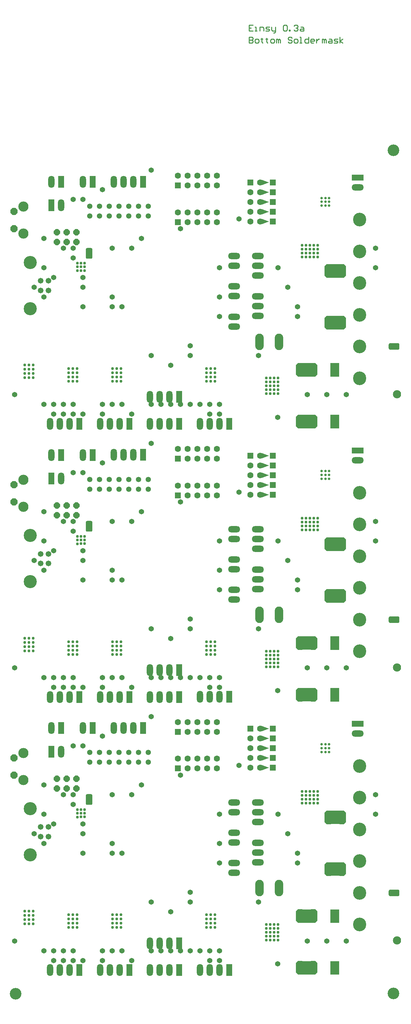
<source format=gbs>
G04 Layer_Color=16711935*
%FSLAX24Y24*%
%MOIN*%
G70*
G01*
G75*
%ADD12C,0.0100*%
%ADD115C,0.0300*%
%ADD129C,0.0840*%
%ADD205C,0.0631*%
G04:AMPARAMS|DCode=208|XSize=118.7mil|YSize=118.7mil|CornerRadius=59.4mil|HoleSize=0mil|Usage=FLASHONLY|Rotation=90.000|XOffset=0mil|YOffset=0mil|HoleType=Round|Shape=RoundedRectangle|*
%AMROUNDEDRECTD208*
21,1,0.1187,0.0000,0,0,90.0*
21,1,0.0000,0.1187,0,0,90.0*
1,1,0.1187,0.0000,0.0000*
1,1,0.1187,0.0000,0.0000*
1,1,0.1187,0.0000,0.0000*
1,1,0.1187,0.0000,0.0000*
%
%ADD208ROUNDEDRECTD208*%
G04:AMPARAMS|DCode=217|XSize=54mil|YSize=54mil|CornerRadius=27mil|HoleSize=0mil|Usage=FLASHONLY|Rotation=270.000|XOffset=0mil|YOffset=0mil|HoleType=Round|Shape=RoundedRectangle|*
%AMROUNDEDRECTD217*
21,1,0.0540,0.0000,0,0,270.0*
21,1,0.0000,0.0540,0,0,270.0*
1,1,0.0540,0.0000,0.0000*
1,1,0.0540,0.0000,0.0000*
1,1,0.0540,0.0000,0.0000*
1,1,0.0540,0.0000,0.0000*
%
%ADD217ROUNDEDRECTD217*%
%ADD257C,0.0544*%
%ADD258R,0.0640X0.1240*%
%ADD259O,0.0640X0.1240*%
%ADD260O,0.1240X0.0640*%
%ADD261R,0.1240X0.0640*%
G04:AMPARAMS|DCode=262|XSize=137mil|YSize=87mil|CornerRadius=0mil|HoleSize=0mil|Usage=FLASHONLY|Rotation=90.000|XOffset=0mil|YOffset=0mil|HoleType=Round|Shape=Octagon|*
%AMOCTAGOND262*
4,1,8,0.0217,0.0685,-0.0217,0.0685,-0.0435,0.0467,-0.0435,-0.0467,-0.0217,-0.0685,0.0217,-0.0685,0.0435,-0.0467,0.0435,0.0467,0.0217,0.0685,0.0*
%
%ADD262OCTAGOND262*%

%ADD263P,0.0801X8X292.5*%
%ADD264C,0.1040*%
%ADD265C,0.0580*%
%ADD266C,0.1345*%
%ADD267P,0.0714X8X22.5*%
%ADD268O,0.0865X0.1690*%
%ADD269O,0.1340X0.1400*%
%ADD270R,0.0631X0.0631*%
%ADD271C,0.0631*%
%ADD272R,0.0631X0.0631*%
%ADD273C,0.0260*%
%ADD274R,0.0354X0.0704*%
%ADD275R,0.0704X0.0354*%
G04:AMPARAMS|DCode=276|XSize=50mil|YSize=67mil|CornerRadius=13.5mil|HoleSize=0mil|Usage=FLASHONLY|Rotation=180.000|XOffset=0mil|YOffset=0mil|HoleType=Round|Shape=RoundedRectangle|*
%AMROUNDEDRECTD276*
21,1,0.0500,0.0400,0,0,180.0*
21,1,0.0230,0.0670,0,0,180.0*
1,1,0.0270,-0.0115,0.0200*
1,1,0.0270,0.0115,0.0200*
1,1,0.0270,0.0115,-0.0200*
1,1,0.0270,-0.0115,-0.0200*
%
%ADD276ROUNDEDRECTD276*%
G04:AMPARAMS|DCode=277|XSize=50mil|YSize=67mil|CornerRadius=13.5mil|HoleSize=0mil|Usage=FLASHONLY|Rotation=270.000|XOffset=0mil|YOffset=0mil|HoleType=Round|Shape=RoundedRectangle|*
%AMROUNDEDRECTD277*
21,1,0.0500,0.0400,0,0,270.0*
21,1,0.0230,0.0670,0,0,270.0*
1,1,0.0270,-0.0200,-0.0115*
1,1,0.0270,-0.0200,0.0115*
1,1,0.0270,0.0200,0.0115*
1,1,0.0270,0.0200,-0.0115*
%
%ADD277ROUNDEDRECTD277*%
G04:AMPARAMS|DCode=278|XSize=54mil|YSize=54mil|CornerRadius=27mil|HoleSize=0mil|Usage=FLASHONLY|Rotation=0.000|XOffset=0mil|YOffset=0mil|HoleType=Round|Shape=RoundedRectangle|*
%AMROUNDEDRECTD278*
21,1,0.0540,0.0000,0,0,0.0*
21,1,0.0000,0.0540,0,0,0.0*
1,1,0.0540,0.0000,0.0000*
1,1,0.0540,0.0000,0.0000*
1,1,0.0540,0.0000,0.0000*
1,1,0.0540,0.0000,0.0000*
%
%ADD278ROUNDEDRECTD278*%
%ADD279R,0.0631X0.0631*%
G36*
X39025Y93710D02*
X38235Y93410D01*
X38355Y93530D01*
Y93890D01*
X38235Y94010D01*
X39025Y93710D01*
D02*
G37*
G36*
Y92710D02*
X38235Y92410D01*
X38355Y92530D01*
Y92890D01*
X38235Y93010D01*
X39025Y92710D01*
D02*
G37*
G36*
Y91710D02*
X38235Y91410D01*
X38355Y91530D01*
Y91890D01*
X38235Y92010D01*
X39025Y91710D01*
D02*
G37*
G36*
Y90710D02*
X38235Y90410D01*
X38355Y90530D01*
Y90890D01*
X38235Y91010D01*
X39025Y90710D01*
D02*
G37*
G36*
Y89710D02*
X38235Y89410D01*
X38355Y89530D01*
Y89890D01*
X38235Y90010D01*
X39025Y89710D01*
D02*
G37*
G36*
X46289Y83939D02*
X45379D01*
Y85329D01*
X46289D01*
Y83939D01*
D02*
G37*
G36*
Y78639D02*
X45379D01*
Y80029D01*
X46289D01*
Y78639D01*
D02*
G37*
G36*
X43338Y73813D02*
X42428D01*
Y75203D01*
X43338D01*
Y73813D01*
D02*
G37*
G36*
X46239Y73809D02*
X45329D01*
Y75199D01*
X46239D01*
Y73809D01*
D02*
G37*
G36*
X43338Y68513D02*
X42428D01*
Y69903D01*
X43338D01*
Y68513D01*
D02*
G37*
G36*
X46239Y68509D02*
X45329D01*
Y69899D01*
X46239D01*
Y68509D01*
D02*
G37*
G36*
X39025Y65718D02*
X38235Y65418D01*
X38355Y65538D01*
Y65898D01*
X38235Y66018D01*
X39025Y65718D01*
D02*
G37*
G36*
Y64718D02*
X38235Y64418D01*
X38355Y64538D01*
Y64898D01*
X38235Y65018D01*
X39025Y64718D01*
D02*
G37*
G36*
Y63718D02*
X38235Y63418D01*
X38355Y63538D01*
Y63898D01*
X38235Y64018D01*
X39025Y63718D01*
D02*
G37*
G36*
Y62718D02*
X38235Y62418D01*
X38355Y62538D01*
Y62898D01*
X38235Y63018D01*
X39025Y62718D01*
D02*
G37*
G36*
Y61718D02*
X38235Y61418D01*
X38355Y61538D01*
Y61898D01*
X38235Y62018D01*
X39025Y61718D01*
D02*
G37*
G36*
X46289Y55947D02*
X45379D01*
Y57337D01*
X46289D01*
Y55947D01*
D02*
G37*
G36*
Y50647D02*
X45379D01*
Y52037D01*
X46289D01*
Y50647D01*
D02*
G37*
G36*
X43338Y45821D02*
X42428D01*
Y47211D01*
X43338D01*
Y45821D01*
D02*
G37*
G36*
X46239Y45817D02*
X45329D01*
Y47207D01*
X46239D01*
Y45817D01*
D02*
G37*
G36*
X43338Y40521D02*
X42428D01*
Y41911D01*
X43338D01*
Y40521D01*
D02*
G37*
G36*
X46239Y40517D02*
X45329D01*
Y41907D01*
X46239D01*
Y40517D01*
D02*
G37*
G36*
X39025Y37726D02*
X38235Y37426D01*
X38355Y37546D01*
Y37906D01*
X38235Y38026D01*
X39025Y37726D01*
D02*
G37*
G36*
Y36726D02*
X38235Y36426D01*
X38355Y36546D01*
Y36906D01*
X38235Y37026D01*
X39025Y36726D01*
D02*
G37*
G36*
Y35726D02*
X38235Y35426D01*
X38355Y35546D01*
Y35906D01*
X38235Y36026D01*
X39025Y35726D01*
D02*
G37*
G36*
Y34726D02*
X38235Y34426D01*
X38355Y34546D01*
Y34906D01*
X38235Y35026D01*
X39025Y34726D01*
D02*
G37*
G36*
Y33726D02*
X38235Y33426D01*
X38355Y33546D01*
Y33906D01*
X38235Y34026D01*
X39025Y33726D01*
D02*
G37*
G36*
X46289Y27955D02*
X45379D01*
Y29345D01*
X46289D01*
Y27955D01*
D02*
G37*
G36*
Y22655D02*
X45379D01*
Y24045D01*
X46289D01*
Y22655D01*
D02*
G37*
G36*
X43338Y17829D02*
X42428D01*
Y19218D01*
X43338D01*
Y17829D01*
D02*
G37*
G36*
X46239Y17825D02*
X45329D01*
Y19215D01*
X46239D01*
Y17825D01*
D02*
G37*
G36*
X43338Y12529D02*
X42428D01*
Y13918D01*
X43338D01*
Y12529D01*
D02*
G37*
G36*
X46239Y12525D02*
X45329D01*
Y13915D01*
X46239D01*
Y12525D01*
D02*
G37*
G54D12*
X37000Y108600D02*
Y108000D01*
X37300D01*
X37400Y108100D01*
Y108200D01*
X37300Y108300D01*
X37000D01*
X37300D01*
X37400Y108400D01*
Y108500D01*
X37300Y108600D01*
X37000D01*
X37700Y108000D02*
X37900D01*
X38000Y108100D01*
Y108300D01*
X37900Y108400D01*
X37700D01*
X37600Y108300D01*
Y108100D01*
X37700Y108000D01*
X38300Y108500D02*
Y108400D01*
X38200D01*
X38400D01*
X38300D01*
Y108100D01*
X38400Y108000D01*
X38799Y108500D02*
Y108400D01*
X38699D01*
X38899D01*
X38799D01*
Y108100D01*
X38899Y108000D01*
X39299D02*
X39499D01*
X39599Y108100D01*
Y108300D01*
X39499Y108400D01*
X39299D01*
X39199Y108300D01*
Y108100D01*
X39299Y108000D01*
X39799D02*
Y108400D01*
X39899D01*
X39999Y108300D01*
Y108000D01*
Y108300D01*
X40099Y108400D01*
X40199Y108300D01*
Y108000D01*
X41399Y108500D02*
X41299Y108600D01*
X41099D01*
X40999Y108500D01*
Y108400D01*
X41099Y108300D01*
X41299D01*
X41399Y108200D01*
Y108100D01*
X41299Y108000D01*
X41099D01*
X40999Y108100D01*
X41698Y108000D02*
X41898D01*
X41998Y108100D01*
Y108300D01*
X41898Y108400D01*
X41698D01*
X41599Y108300D01*
Y108100D01*
X41698Y108000D01*
X42198D02*
X42398D01*
X42298D01*
Y108600D01*
X42198D01*
X43098D02*
Y108000D01*
X42798D01*
X42698Y108100D01*
Y108300D01*
X42798Y108400D01*
X43098D01*
X43598Y108000D02*
X43398D01*
X43298Y108100D01*
Y108300D01*
X43398Y108400D01*
X43598D01*
X43698Y108300D01*
Y108200D01*
X43298D01*
X43898Y108400D02*
Y108000D01*
Y108200D01*
X43998Y108300D01*
X44098Y108400D01*
X44198D01*
X44498Y108000D02*
Y108400D01*
X44598D01*
X44698Y108300D01*
Y108000D01*
Y108300D01*
X44797Y108400D01*
X44897Y108300D01*
Y108000D01*
X45197Y108400D02*
X45397D01*
X45497Y108300D01*
Y108000D01*
X45197D01*
X45097Y108100D01*
X45197Y108200D01*
X45497D01*
X45697Y108000D02*
X45997D01*
X46097Y108100D01*
X45997Y108200D01*
X45797D01*
X45697Y108300D01*
X45797Y108400D01*
X46097D01*
X46297Y108000D02*
Y108600D01*
Y108200D02*
X46597Y108400D01*
X46297Y108200D02*
X46597Y108000D01*
X37400Y109850D02*
X37000D01*
Y109250D01*
X37400D01*
X37000Y109550D02*
X37200D01*
X37600Y109250D02*
X37800D01*
X37700D01*
Y109650D01*
X37600D01*
X38100Y109250D02*
Y109650D01*
X38400D01*
X38500Y109550D01*
Y109250D01*
X38699D02*
X38999D01*
X39099Y109350D01*
X38999Y109450D01*
X38799D01*
X38699Y109550D01*
X38799Y109650D01*
X39099D01*
X39299D02*
Y109350D01*
X39399Y109250D01*
X39699D01*
Y109150D01*
X39599Y109050D01*
X39499D01*
X39699Y109250D02*
Y109650D01*
X40499Y109750D02*
X40599Y109850D01*
X40799D01*
X40899Y109750D01*
Y109350D01*
X40799Y109250D01*
X40599D01*
X40499Y109350D01*
Y109750D01*
X41099Y109250D02*
Y109350D01*
X41199D01*
Y109250D01*
X41099D01*
X41599Y109750D02*
X41698Y109850D01*
X41898D01*
X41998Y109750D01*
Y109650D01*
X41898Y109550D01*
X41798D01*
X41898D01*
X41998Y109450D01*
Y109350D01*
X41898Y109250D01*
X41698D01*
X41599Y109350D01*
X42298Y109650D02*
X42498D01*
X42598Y109550D01*
Y109250D01*
X42298D01*
X42198Y109350D01*
X42298Y109450D01*
X42598D01*
G54D115*
X32625Y18659D02*
D03*
X33492Y17359D02*
D03*
X33059D02*
D03*
X32625D02*
D03*
X33492Y17793D02*
D03*
X33059D02*
D03*
X32625D02*
D03*
X33492Y18226D02*
D03*
X33059D02*
D03*
X32625D02*
D03*
X33492Y18659D02*
D03*
X33059D02*
D03*
X23419D02*
D03*
X23852D02*
D03*
X22985Y18226D02*
D03*
X23419D02*
D03*
X23852D02*
D03*
X22985Y17793D02*
D03*
X23419D02*
D03*
X23852D02*
D03*
X22985Y17359D02*
D03*
X23419D02*
D03*
X23852D02*
D03*
X22985Y18659D02*
D03*
X18485D02*
D03*
X19352Y17359D02*
D03*
X18918D02*
D03*
X18485D02*
D03*
X19352Y17793D02*
D03*
X18918D02*
D03*
X18485D02*
D03*
X19352Y18226D02*
D03*
X18918D02*
D03*
X18485D02*
D03*
X19352Y18659D02*
D03*
X18918D02*
D03*
X14445Y19019D02*
D03*
X14878D02*
D03*
X14012Y18586D02*
D03*
X14445D02*
D03*
X14878D02*
D03*
X14012Y18153D02*
D03*
X14445D02*
D03*
X14878D02*
D03*
X14012Y17719D02*
D03*
X14445D02*
D03*
X14878D02*
D03*
X14012Y19019D02*
D03*
X20143Y29443D02*
D03*
Y29069D02*
D03*
Y28694D02*
D03*
X19769D02*
D03*
X19394Y28685D02*
D03*
X19396Y29069D02*
D03*
X19392Y29446D02*
D03*
X19769Y29443D02*
D03*
Y29069D02*
D03*
X39977Y17285D02*
D03*
Y17685D02*
D03*
X39577D02*
D03*
Y17285D02*
D03*
X39177D02*
D03*
Y17685D02*
D03*
X38777D02*
D03*
Y17285D02*
D03*
Y16485D02*
D03*
Y16085D02*
D03*
X39177D02*
D03*
Y16485D02*
D03*
X39577D02*
D03*
Y16085D02*
D03*
X39977D02*
D03*
Y16485D02*
D03*
Y16885D02*
D03*
X39577D02*
D03*
X38777D02*
D03*
X39177D02*
D03*
X43230Y30896D02*
D03*
Y31296D02*
D03*
Y30496D02*
D03*
Y30096D02*
D03*
X42830D02*
D03*
X42430D02*
D03*
Y30496D02*
D03*
X42830D02*
D03*
Y30896D02*
D03*
X42430D02*
D03*
Y31296D02*
D03*
X42830D02*
D03*
X43630D02*
D03*
X44030D02*
D03*
Y30896D02*
D03*
X43630D02*
D03*
Y30496D02*
D03*
X44030D02*
D03*
Y30096D02*
D03*
X43630D02*
D03*
X32625Y46651D02*
D03*
X33492Y45352D02*
D03*
X33059D02*
D03*
X32625D02*
D03*
X33492Y45785D02*
D03*
X33059D02*
D03*
X32625D02*
D03*
X33492Y46218D02*
D03*
X33059D02*
D03*
X32625D02*
D03*
X33492Y46651D02*
D03*
X33059D02*
D03*
X23419D02*
D03*
X23852D02*
D03*
X22985Y46218D02*
D03*
X23419D02*
D03*
X23852D02*
D03*
X22985Y45785D02*
D03*
X23419D02*
D03*
X23852D02*
D03*
X22985Y45352D02*
D03*
X23419D02*
D03*
X23852D02*
D03*
X22985Y46651D02*
D03*
X18485D02*
D03*
X19352Y45352D02*
D03*
X18918D02*
D03*
X18485D02*
D03*
X19352Y45785D02*
D03*
X18918D02*
D03*
X18485D02*
D03*
X19352Y46218D02*
D03*
X18918D02*
D03*
X18485D02*
D03*
X19352Y46651D02*
D03*
X18918D02*
D03*
X14445Y47011D02*
D03*
X14878D02*
D03*
X14012Y46578D02*
D03*
X14445D02*
D03*
X14878D02*
D03*
X14012Y46145D02*
D03*
X14445D02*
D03*
X14878D02*
D03*
X14012Y45712D02*
D03*
X14445D02*
D03*
X14878D02*
D03*
X14012Y47011D02*
D03*
X20143Y57435D02*
D03*
Y57061D02*
D03*
Y56687D02*
D03*
X19769D02*
D03*
X19394Y56677D02*
D03*
X19396Y57061D02*
D03*
X19392Y57438D02*
D03*
X19769Y57435D02*
D03*
Y57061D02*
D03*
X39977Y45277D02*
D03*
Y45677D02*
D03*
X39577D02*
D03*
Y45277D02*
D03*
X39177D02*
D03*
Y45677D02*
D03*
X38777D02*
D03*
Y45277D02*
D03*
Y44477D02*
D03*
Y44077D02*
D03*
X39177D02*
D03*
Y44477D02*
D03*
X39577D02*
D03*
Y44077D02*
D03*
X39977D02*
D03*
Y44477D02*
D03*
Y44877D02*
D03*
X39577D02*
D03*
X38777D02*
D03*
X39177D02*
D03*
X43230Y58888D02*
D03*
Y59288D02*
D03*
Y58488D02*
D03*
Y58088D02*
D03*
X42830D02*
D03*
X42430D02*
D03*
Y58488D02*
D03*
X42830D02*
D03*
Y58888D02*
D03*
X42430D02*
D03*
Y59288D02*
D03*
X42830D02*
D03*
X43630D02*
D03*
X44030D02*
D03*
Y58888D02*
D03*
X43630D02*
D03*
Y58488D02*
D03*
X44030D02*
D03*
Y58088D02*
D03*
X43630D02*
D03*
X32625Y74643D02*
D03*
X33492Y73344D02*
D03*
X33059D02*
D03*
X32625D02*
D03*
X33492Y73777D02*
D03*
X33059D02*
D03*
X32625D02*
D03*
X33492Y74210D02*
D03*
X33059D02*
D03*
X32625D02*
D03*
X33492Y74643D02*
D03*
X33059D02*
D03*
X23419D02*
D03*
X23852D02*
D03*
X22985Y74210D02*
D03*
X23419D02*
D03*
X23852D02*
D03*
X22985Y73777D02*
D03*
X23419D02*
D03*
X23852D02*
D03*
X22985Y73344D02*
D03*
X23419D02*
D03*
X23852D02*
D03*
X22985Y74643D02*
D03*
X18485D02*
D03*
X19352Y73344D02*
D03*
X18918D02*
D03*
X18485D02*
D03*
X19352Y73777D02*
D03*
X18918D02*
D03*
X18485D02*
D03*
X19352Y74210D02*
D03*
X18918D02*
D03*
X18485D02*
D03*
X19352Y74643D02*
D03*
X18918D02*
D03*
X14445Y75003D02*
D03*
X14878D02*
D03*
X14012Y74570D02*
D03*
X14445D02*
D03*
X14878D02*
D03*
X14012Y74137D02*
D03*
X14445D02*
D03*
X14878D02*
D03*
X14012Y73704D02*
D03*
X14445D02*
D03*
X14878D02*
D03*
X14012Y75003D02*
D03*
X20143Y85427D02*
D03*
Y85053D02*
D03*
Y84679D02*
D03*
X19769D02*
D03*
X19394Y84669D02*
D03*
X19396Y85053D02*
D03*
X19392Y85430D02*
D03*
X19769Y85427D02*
D03*
Y85053D02*
D03*
X39977Y73270D02*
D03*
Y73670D02*
D03*
X39577D02*
D03*
Y73270D02*
D03*
X39177D02*
D03*
Y73670D02*
D03*
X38777D02*
D03*
Y73270D02*
D03*
Y72470D02*
D03*
Y72070D02*
D03*
X39177D02*
D03*
Y72470D02*
D03*
X39577D02*
D03*
Y72070D02*
D03*
X39977D02*
D03*
Y72470D02*
D03*
Y72870D02*
D03*
X39577D02*
D03*
X38777D02*
D03*
X39177D02*
D03*
X43230Y86880D02*
D03*
Y87280D02*
D03*
Y86480D02*
D03*
Y86080D02*
D03*
X42830D02*
D03*
X42430D02*
D03*
Y86480D02*
D03*
X42830D02*
D03*
Y86880D02*
D03*
X42430D02*
D03*
Y87280D02*
D03*
X42830D02*
D03*
X43630D02*
D03*
X44030D02*
D03*
Y86880D02*
D03*
X43630D02*
D03*
Y86480D02*
D03*
X44030D02*
D03*
Y86080D02*
D03*
X43630D02*
D03*
G54D129*
X52175Y16024D02*
D03*
Y44016D02*
D03*
Y72008D02*
D03*
G54D205*
X38135Y37726D02*
D03*
Y36726D02*
D03*
Y35726D02*
D03*
Y34726D02*
D03*
Y33726D02*
D03*
Y65718D02*
D03*
Y64718D02*
D03*
Y63718D02*
D03*
Y62718D02*
D03*
Y61718D02*
D03*
Y93710D02*
D03*
Y92710D02*
D03*
Y91710D02*
D03*
Y90710D02*
D03*
Y89710D02*
D03*
G54D208*
X51800Y96998D02*
D03*
Y10600D02*
D03*
X13061Y10561D02*
D03*
G54D217*
X30968Y20968D02*
D03*
X19969Y35968D02*
D03*
X25968Y31969D02*
D03*
X15969Y28969D02*
D03*
X16968Y27968D02*
D03*
X30968Y19969D02*
D03*
X28969Y18968D02*
D03*
X26969Y19969D02*
D03*
X17968Y14969D02*
D03*
X15969D02*
D03*
X16968D02*
D03*
X35968Y33969D02*
D03*
X33969Y23969D02*
D03*
X39938Y13649D02*
D03*
X12968Y15969D02*
D03*
X23969Y14969D02*
D03*
X21969D02*
D03*
X22968D02*
D03*
X18968D02*
D03*
X29969D02*
D03*
X27968D02*
D03*
X28969D02*
D03*
X26969D02*
D03*
X33969D02*
D03*
X31969D02*
D03*
X32968D02*
D03*
X30968D02*
D03*
X39969Y28969D02*
D03*
X40968Y26969D02*
D03*
X41968Y23969D02*
D03*
X33969Y13968D02*
D03*
X32968D02*
D03*
X24969D02*
D03*
X21969D02*
D03*
X19969D02*
D03*
X18968D02*
D03*
X17968D02*
D03*
X16968D02*
D03*
X30968Y48961D02*
D03*
X19969Y63961D02*
D03*
X25968Y59961D02*
D03*
X15969Y56961D02*
D03*
X16968Y55961D02*
D03*
X30968Y47961D02*
D03*
X28969Y46961D02*
D03*
X26969Y47961D02*
D03*
X17968Y42961D02*
D03*
X15969D02*
D03*
X16968D02*
D03*
X35968Y61961D02*
D03*
X33969Y51961D02*
D03*
X39938Y41641D02*
D03*
X12968Y43961D02*
D03*
X23969Y42961D02*
D03*
X21969D02*
D03*
X22968D02*
D03*
X18968D02*
D03*
X29969D02*
D03*
X27968D02*
D03*
X28969D02*
D03*
X26969D02*
D03*
X33969D02*
D03*
X31969D02*
D03*
X32968D02*
D03*
X30968D02*
D03*
X39969Y56961D02*
D03*
X40968Y54961D02*
D03*
X41968Y51961D02*
D03*
X33969Y41961D02*
D03*
X32968D02*
D03*
X24969D02*
D03*
X21969D02*
D03*
X19969D02*
D03*
X18968D02*
D03*
X17968D02*
D03*
X16968D02*
D03*
X30968Y76953D02*
D03*
X19969Y91953D02*
D03*
X25968Y87953D02*
D03*
X15969Y84953D02*
D03*
X16968Y83953D02*
D03*
X30968Y75953D02*
D03*
X28969Y74953D02*
D03*
X26969Y75953D02*
D03*
X17968Y70953D02*
D03*
X15969D02*
D03*
X16968D02*
D03*
X35968Y89953D02*
D03*
X33969Y79953D02*
D03*
X39938Y69633D02*
D03*
X12968Y71953D02*
D03*
X23969Y70953D02*
D03*
X21969D02*
D03*
X22968D02*
D03*
X18968D02*
D03*
X29969D02*
D03*
X27968D02*
D03*
X28969D02*
D03*
X26969D02*
D03*
X33969D02*
D03*
X31969D02*
D03*
X32968D02*
D03*
X30968D02*
D03*
X39969Y84953D02*
D03*
X40968Y82953D02*
D03*
X41968Y79953D02*
D03*
X33969Y69953D02*
D03*
X32968D02*
D03*
X24969D02*
D03*
X21969D02*
D03*
X19969D02*
D03*
X18968D02*
D03*
X17968D02*
D03*
X16968D02*
D03*
G54D257*
X26661Y35291D02*
D03*
Y34291D02*
D03*
X25661Y35291D02*
D03*
Y34291D02*
D03*
X24661Y35291D02*
D03*
Y34291D02*
D03*
X23661Y35291D02*
D03*
Y34291D02*
D03*
X22661Y35291D02*
D03*
Y34291D02*
D03*
X21661Y35291D02*
D03*
Y34291D02*
D03*
X20661Y35291D02*
D03*
Y34291D02*
D03*
X26661Y63283D02*
D03*
Y62283D02*
D03*
X25661Y63283D02*
D03*
Y62283D02*
D03*
X24661Y63283D02*
D03*
Y62283D02*
D03*
X23661Y63283D02*
D03*
Y62283D02*
D03*
X22661Y63283D02*
D03*
Y62283D02*
D03*
X21661Y63283D02*
D03*
Y62283D02*
D03*
X20661Y63283D02*
D03*
Y62283D02*
D03*
X26661Y91275D02*
D03*
Y90275D02*
D03*
X25661Y91275D02*
D03*
Y90275D02*
D03*
X24661Y91275D02*
D03*
Y90275D02*
D03*
X23661Y91275D02*
D03*
Y90275D02*
D03*
X22661Y91275D02*
D03*
Y90275D02*
D03*
X21661Y91275D02*
D03*
Y90275D02*
D03*
X20661Y91275D02*
D03*
Y90275D02*
D03*
G54D258*
X16741Y35381D02*
D03*
X17741Y37791D02*
D03*
X20951D02*
D03*
X26131Y37795D02*
D03*
X34969Y12995D02*
D03*
X29847Y12991D02*
D03*
Y15747D02*
D03*
X24729Y12991D02*
D03*
X19611D02*
D03*
X16741Y63373D02*
D03*
X17741Y65783D02*
D03*
X20951D02*
D03*
X26131Y65787D02*
D03*
X34969Y40987D02*
D03*
X29847Y40983D02*
D03*
Y43739D02*
D03*
X24729Y40983D02*
D03*
X19611D02*
D03*
X16741Y91365D02*
D03*
X17741Y93775D02*
D03*
X20951D02*
D03*
X26131Y93780D02*
D03*
X34969Y68979D02*
D03*
X29847Y68975D02*
D03*
Y71731D02*
D03*
X24729Y68975D02*
D03*
X19611D02*
D03*
G54D259*
X17741Y35381D02*
D03*
X16741Y37791D02*
D03*
X19951D02*
D03*
X23131Y37795D02*
D03*
X24131D02*
D03*
X25131D02*
D03*
X33969Y12995D02*
D03*
X32969D02*
D03*
X31969D02*
D03*
X26847Y12991D02*
D03*
X27847D02*
D03*
X28847D02*
D03*
Y15747D02*
D03*
X27847D02*
D03*
X26847D02*
D03*
X21729Y12991D02*
D03*
X22729D02*
D03*
X23729D02*
D03*
X18611D02*
D03*
X17611D02*
D03*
X16611D02*
D03*
X17741Y63373D02*
D03*
X16741Y65783D02*
D03*
X19951D02*
D03*
X23131Y65787D02*
D03*
X24131D02*
D03*
X25131D02*
D03*
X33969Y40987D02*
D03*
X32969D02*
D03*
X31969D02*
D03*
X26847Y40983D02*
D03*
X27847D02*
D03*
X28847D02*
D03*
Y43739D02*
D03*
X27847D02*
D03*
X26847D02*
D03*
X21729Y40983D02*
D03*
X22729D02*
D03*
X23729D02*
D03*
X18611D02*
D03*
X17611D02*
D03*
X16611D02*
D03*
X17741Y91365D02*
D03*
X16741Y93775D02*
D03*
X19951D02*
D03*
X23131Y93780D02*
D03*
X24131D02*
D03*
X25131D02*
D03*
X33969Y68979D02*
D03*
X32969D02*
D03*
X31969D02*
D03*
X26847Y68975D02*
D03*
X27847D02*
D03*
X28847D02*
D03*
Y71731D02*
D03*
X27847D02*
D03*
X26847D02*
D03*
X21729Y68975D02*
D03*
X22729D02*
D03*
X23729D02*
D03*
X18611D02*
D03*
X17611D02*
D03*
X16611D02*
D03*
G54D260*
X35472Y27075D02*
D03*
Y26075D02*
D03*
X48119Y37229D02*
D03*
X35472Y23965D02*
D03*
Y22965D02*
D03*
Y30185D02*
D03*
Y29185D02*
D03*
X37908Y28179D02*
D03*
Y29179D02*
D03*
Y30178D02*
D03*
X37898Y24039D02*
D03*
Y25038D02*
D03*
Y26038D02*
D03*
X35472Y55067D02*
D03*
Y54067D02*
D03*
X48119Y65221D02*
D03*
X35472Y51957D02*
D03*
Y50957D02*
D03*
Y58177D02*
D03*
Y57177D02*
D03*
X37908Y56171D02*
D03*
Y57171D02*
D03*
Y58171D02*
D03*
X37898Y52031D02*
D03*
Y53031D02*
D03*
Y54031D02*
D03*
X35472Y83059D02*
D03*
Y82059D02*
D03*
X48119Y93213D02*
D03*
X35472Y79949D02*
D03*
Y78949D02*
D03*
Y86169D02*
D03*
Y85169D02*
D03*
X37908Y84163D02*
D03*
Y85163D02*
D03*
Y86163D02*
D03*
X37898Y80023D02*
D03*
Y81023D02*
D03*
Y82023D02*
D03*
G54D261*
X48119Y38228D02*
D03*
Y66221D02*
D03*
Y94213D02*
D03*
G54D262*
X45168Y23349D02*
D03*
X46508D02*
D03*
Y28649D02*
D03*
X45168D02*
D03*
X43558Y13222D02*
D03*
X42218D02*
D03*
Y18522D02*
D03*
X43558D02*
D03*
X45168Y51341D02*
D03*
X46508D02*
D03*
Y56641D02*
D03*
X45168D02*
D03*
X43558Y41215D02*
D03*
X42218D02*
D03*
Y46515D02*
D03*
X43558D02*
D03*
X45168Y79333D02*
D03*
X46508D02*
D03*
Y84633D02*
D03*
X45168D02*
D03*
X43558Y69207D02*
D03*
X42218D02*
D03*
Y74507D02*
D03*
X43558D02*
D03*
G54D263*
X12896Y34748D02*
D03*
Y32968D02*
D03*
Y62740D02*
D03*
Y60960D02*
D03*
Y90733D02*
D03*
Y88953D02*
D03*
G54D264*
X13876Y35238D02*
D03*
Y32478D02*
D03*
Y63230D02*
D03*
Y60470D02*
D03*
Y91223D02*
D03*
Y88463D02*
D03*
G54D265*
X16427Y26665D02*
D03*
Y27657D02*
D03*
X15637D02*
D03*
Y26665D02*
D03*
X16427Y54657D02*
D03*
Y55650D02*
D03*
X15637D02*
D03*
Y54657D02*
D03*
X16427Y82650D02*
D03*
Y83642D02*
D03*
X15637D02*
D03*
Y82650D02*
D03*
G54D266*
X14567Y29528D02*
D03*
Y24795D02*
D03*
Y57520D02*
D03*
Y52787D02*
D03*
Y85512D02*
D03*
Y80780D02*
D03*
G54D267*
X17294Y31614D02*
D03*
Y32614D02*
D03*
X18294Y31614D02*
D03*
Y32614D02*
D03*
X19294Y31614D02*
D03*
Y32614D02*
D03*
X17294Y59606D02*
D03*
Y60606D02*
D03*
X18294Y59606D02*
D03*
Y60606D02*
D03*
X19294Y59606D02*
D03*
Y60606D02*
D03*
X17294Y87598D02*
D03*
Y88598D02*
D03*
X18294Y87598D02*
D03*
Y88598D02*
D03*
X19294Y87598D02*
D03*
Y88598D02*
D03*
G54D268*
X38078Y21398D02*
D03*
X40079D02*
D03*
X38078Y49391D02*
D03*
X40079D02*
D03*
X38078Y77383D02*
D03*
X40079D02*
D03*
G54D269*
X48338Y17664D02*
D03*
Y20914D02*
D03*
Y24163D02*
D03*
Y27413D02*
D03*
Y30663D02*
D03*
Y33914D02*
D03*
Y45656D02*
D03*
Y48906D02*
D03*
Y52156D02*
D03*
Y55406D02*
D03*
Y58656D02*
D03*
Y61906D02*
D03*
Y73648D02*
D03*
Y76898D02*
D03*
Y80148D02*
D03*
Y83398D02*
D03*
Y86648D02*
D03*
Y89898D02*
D03*
G54D270*
X29708Y37408D02*
D03*
Y33658D02*
D03*
Y65401D02*
D03*
Y61651D02*
D03*
Y93393D02*
D03*
Y89643D02*
D03*
G54D271*
Y38409D02*
D03*
X30708Y37408D02*
D03*
Y38409D02*
D03*
X31709Y37408D02*
D03*
Y38409D02*
D03*
X32708Y37408D02*
D03*
Y38409D02*
D03*
X33709Y37408D02*
D03*
Y38409D02*
D03*
X29708Y34659D02*
D03*
X30708Y33658D02*
D03*
Y34659D02*
D03*
X31709Y33658D02*
D03*
Y34659D02*
D03*
X32708Y33658D02*
D03*
Y34659D02*
D03*
X33709Y33658D02*
D03*
Y34659D02*
D03*
X37135Y33726D02*
D03*
Y34726D02*
D03*
Y35726D02*
D03*
Y36726D02*
D03*
X29708Y66401D02*
D03*
X30708Y65401D02*
D03*
Y66401D02*
D03*
X31709Y65401D02*
D03*
Y66401D02*
D03*
X32708Y65401D02*
D03*
Y66401D02*
D03*
X33709Y65401D02*
D03*
Y66401D02*
D03*
X29708Y62651D02*
D03*
X30708Y61651D02*
D03*
Y62651D02*
D03*
X31709Y61651D02*
D03*
Y62651D02*
D03*
X32708Y61651D02*
D03*
Y62651D02*
D03*
X33709Y61651D02*
D03*
Y62651D02*
D03*
X37135Y61718D02*
D03*
Y62718D02*
D03*
Y63718D02*
D03*
Y64718D02*
D03*
X29708Y94393D02*
D03*
X30708Y93393D02*
D03*
Y94393D02*
D03*
X31709Y93393D02*
D03*
Y94393D02*
D03*
X32708Y93393D02*
D03*
Y94393D02*
D03*
X33709Y93393D02*
D03*
Y94393D02*
D03*
X29708Y90643D02*
D03*
X30708Y89643D02*
D03*
Y90643D02*
D03*
X31709Y89643D02*
D03*
Y90643D02*
D03*
X32708Y89643D02*
D03*
Y90643D02*
D03*
X33709Y89643D02*
D03*
Y90643D02*
D03*
X37135Y89710D02*
D03*
Y90710D02*
D03*
Y91710D02*
D03*
Y92710D02*
D03*
G54D272*
Y37726D02*
D03*
Y65718D02*
D03*
Y93710D02*
D03*
G54D273*
X44815Y35734D02*
D03*
X44422D02*
D03*
Y36128D02*
D03*
X44815D02*
D03*
X45209D02*
D03*
Y35734D02*
D03*
Y35341D02*
D03*
X44815D02*
D03*
X44422D02*
D03*
X44815Y63726D02*
D03*
X44422D02*
D03*
Y64120D02*
D03*
X44815D02*
D03*
X45209D02*
D03*
Y63726D02*
D03*
Y63333D02*
D03*
X44815D02*
D03*
X44422D02*
D03*
X44815Y91719D02*
D03*
X44422D02*
D03*
Y92112D02*
D03*
X44815D02*
D03*
X45209D02*
D03*
Y91719D02*
D03*
Y91325D02*
D03*
X44815D02*
D03*
X44422D02*
D03*
G54D274*
X51888Y20916D02*
D03*
Y48908D02*
D03*
Y76901D02*
D03*
G54D275*
X20593Y30472D02*
D03*
Y58465D02*
D03*
Y86457D02*
D03*
G54D276*
X52179Y20909D02*
D03*
X51578D02*
D03*
X52179Y48901D02*
D03*
X51578D02*
D03*
X52179Y76893D02*
D03*
X51578D02*
D03*
G54D277*
X20600Y30763D02*
D03*
Y30163D02*
D03*
Y58755D02*
D03*
Y58155D02*
D03*
Y86747D02*
D03*
Y86147D02*
D03*
G54D278*
X22968Y24969D02*
D03*
X23969D02*
D03*
X22968Y25968D02*
D03*
X19969Y27968D02*
D03*
Y26969D02*
D03*
Y24969D02*
D03*
X49969Y30968D02*
D03*
X37968Y19969D02*
D03*
X49969Y28969D02*
D03*
X41968Y24969D02*
D03*
X33969Y25968D02*
D03*
Y28969D02*
D03*
X22968Y30968D02*
D03*
X29969Y32968D02*
D03*
X24969Y30968D02*
D03*
X18968Y35968D02*
D03*
X21978Y36969D02*
D03*
X18968Y29969D02*
D03*
X17968Y30968D02*
D03*
X15969Y31969D02*
D03*
X18968Y30968D02*
D03*
X15969Y25968D02*
D03*
X14969Y26969D02*
D03*
X26969Y38969D02*
D03*
X42969Y15969D02*
D03*
X44969D02*
D03*
X46968D02*
D03*
X22968Y52961D02*
D03*
X23969D02*
D03*
X22968Y53961D02*
D03*
X19969Y55961D02*
D03*
Y54961D02*
D03*
Y52961D02*
D03*
X49969Y58961D02*
D03*
X37968Y47961D02*
D03*
X49969Y56961D02*
D03*
X41968Y52961D02*
D03*
X33969Y53961D02*
D03*
Y56961D02*
D03*
X22968Y58961D02*
D03*
X29969Y60961D02*
D03*
X24969Y58961D02*
D03*
X18968Y63961D02*
D03*
X21978Y64961D02*
D03*
X18968Y57961D02*
D03*
X17968Y58961D02*
D03*
X15969Y59961D02*
D03*
X18968Y58961D02*
D03*
X15969Y53961D02*
D03*
X14969Y54961D02*
D03*
X26969Y66961D02*
D03*
X42969Y43961D02*
D03*
X44969D02*
D03*
X46968D02*
D03*
X22968Y80953D02*
D03*
X23969D02*
D03*
X22968Y81953D02*
D03*
X19969Y83953D02*
D03*
Y82953D02*
D03*
Y80953D02*
D03*
X49969Y86953D02*
D03*
X37968Y75953D02*
D03*
X49969Y84953D02*
D03*
X41968Y80953D02*
D03*
X33969Y81953D02*
D03*
Y84953D02*
D03*
X22968Y86953D02*
D03*
X29969Y88953D02*
D03*
X24969Y86953D02*
D03*
X18968Y91953D02*
D03*
X21978Y92953D02*
D03*
X18968Y85953D02*
D03*
X17968Y86953D02*
D03*
X15969Y87953D02*
D03*
X18968Y86953D02*
D03*
X15969Y81953D02*
D03*
X14969Y82953D02*
D03*
X26969Y94953D02*
D03*
X42969Y71953D02*
D03*
X44969D02*
D03*
X46968D02*
D03*
G54D279*
X39415Y37726D02*
D03*
Y36726D02*
D03*
Y35726D02*
D03*
Y34726D02*
D03*
Y33726D02*
D03*
Y65718D02*
D03*
Y64718D02*
D03*
Y63718D02*
D03*
Y62718D02*
D03*
Y61718D02*
D03*
Y93710D02*
D03*
Y92710D02*
D03*
Y91710D02*
D03*
Y90710D02*
D03*
Y89710D02*
D03*
M02*

</source>
